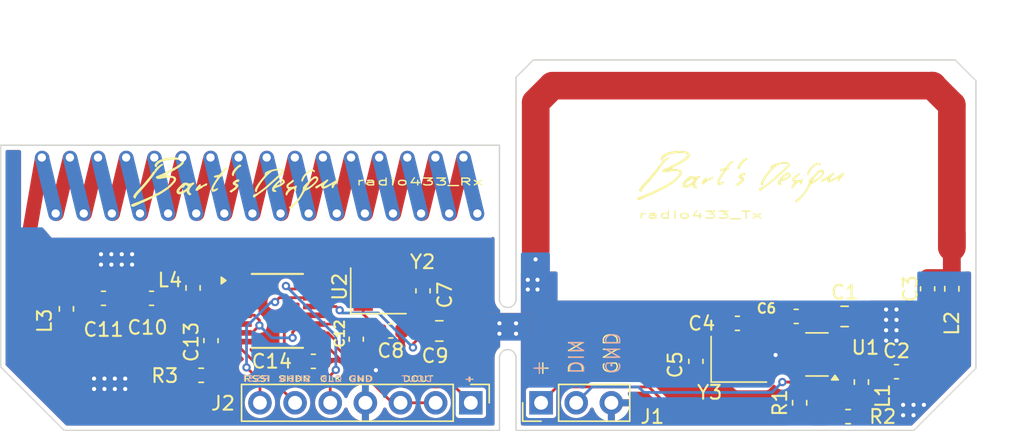
<source format=kicad_pcb>
(kicad_pcb (version 20240108) (generator "pcbnew") (generator_version "8.0")
  (layers (0 "F.Cu" signal) (31 "B.Cu" signal) (34 "B.Paste" user) (35 "F.Paste" user) (36 "B.SilkS" user "B.Silkscreen") (37 "F.SilkS" user "F.Silkscreen") (38 "B.Mask" user) (39 "F.Mask" user) (44 "Edge.Cuts" user))
  (net 0 "")
  (net 1 "GND")
  (net 2 "Net-(U1-XTLIN)")
  (net 3 "Net-(U1-XTLOUT)")
  (net 4 "/VDD_TX")
  (net 5 "/DIN")
  (net 6 "Net-(U2-RO1)")
  (net 7 "Net-(U2-RO2)")
  (net 9 "Net-(U2-CAGC)")
  (net 10 "/SHDN")
  (net 11 "Net-(U2-CTH)")
  (net 12 "/VDD_RX")
  (net 13 "/DOUT")
  (net 14 "/SCLK")
  (net 15 "/RSSI")
  (net 16 "Net-(L1-Pad1)")
  (net 17 "/PAOUT_CL")
  (net 18 "/PAOUT")
  (net 19 "/PAOUT_C")
  (net 20 "/ANT_CC")
  (net 21 "/ANT")
  (net 22 "/ANT_C")
  (footprint "Capacitor_SMD:C_0603_1608Metric" (layer "F.Cu") (at 254 95.25 -90)
    (property "Reference" "C3" (at 0 1.25 90) (layer "F.SilkS"))
    (property "Value" "4p7")
    (pad "1" smd roundrect (at -0.775 0 270) (size 0.9 0.95) (layers "F.Cu" "F.Paste" "F.Mask") (net 17 "/PAOUT_CL"))
    (pad "2" smd roundrect (at 0.775 0 270) (size 0.9 0.95) (layers "F.Cu" "F.Paste" "F.Mask") (net 1 "GND"))
  )
  (footprint "Inductor_SMD:L_0603_1608Metric" (layer "F.Cu") (at 201.4925 101.51)
    (property "Reference" "R3" (at -2.6325 0.03 0) (layer "F.SilkS"))
    (property "Value" "50k")
    (pad "1" smd roundrect (at -0.7875 0) (size 0.875 0.95) (layers "F.Cu" "F.Paste" "F.Mask") (net 10 "/SHDN"))
    (pad "2" smd roundrect (at 0.7875 0) (size 0.875 0.95) (layers "F.Cu" "F.Paste" "F.Mask") (net 1 "GND"))
  )
  (footprint "Crystal:Crystal_SMD_3225-4Pin_3.2x2.5mm" (layer "F.Cu") (at 240.35 100.35)
    (property "Reference" "Y3" (at -2.1 2.4 0) (layer "F.SilkS"))
    (property "Value" "13M56")
    (pad "1" smd rect (at -1.1 0.85) (size 1.4 1.2) (layers "F.Cu" "F.Paste" "F.Mask") (net 2 "Net-(U1-XTLIN)"))
    (pad "2" smd rect (at 1.1 0.85) (size 1.4 1.2) (layers "F.Cu" "F.Paste" "F.Mask") (net 1 "GND"))
    (pad "3" smd rect (at 1.1 -0.85) (size 1.4 1.2) (layers "F.Cu" "F.Paste" "F.Mask") (net 3 "Net-(U1-XTLOUT)"))
    (pad "4" smd rect (at -1.1 -0.85) (size 1.4 1.2) (layers "F.Cu" "F.Paste" "F.Mask") (net 1 "GND"))
  )
  (footprint "Capacitor_SMD:C_0603_1608Metric" (layer "F.Cu") (at 202.2 99 -90)
    (property "Reference" "C13" (at 0.1 1.425 90) (layer "F.SilkS"))
    (property "Value" "1u")
    (pad "1" smd roundrect (at -0.775 0 270) (size 0.9 0.95) (layers "F.Cu" "F.Paste" "F.Mask") (net 12 "/VDD_RX"))
    (pad "2" smd roundrect (at 0.775 0 270) (size 0.9 0.95) (layers "F.Cu" "F.Paste" "F.Mask") (net 10 "/SHDN"))
  )
  (footprint "Capacitor_SMD:C_0603_1608Metric" (layer "F.Cu") (at 212.7 98.9 -90)
    (property "Reference" "C12" (at -0.4 1.2 -90) (layer "F.SilkS") (effects (font (size 0.7 0.7))))
    (property "Value" "100n")
    (pad "1" smd roundrect (at -0.775 0 270) (size 0.9 0.95) (layers "F.Cu" "F.Paste" "F.Mask") (net 12 "/VDD_RX"))
    (pad "2" smd roundrect (at 0.775 0 270) (size 0.9 0.95) (layers "F.Cu" "F.Paste" "F.Mask") (net 1 "GND"))
  )
  (footprint "radio433Lib:Barts Design" (layer "F.Cu") (at 240.566663 87.123323)
    (property "Reference" "Logo1" (hide yes))
    (property "Value" "~")
  )
  (footprint "Capacitor_SMD:C_0603_1608Metric" (layer "F.Cu") (at 244.5 97.25 180)
    (property "Reference" "C6" (at 2.15 0.58 180) (layer "F.SilkS") (effects (font (size 0.7 0.7))))
    (property "Value" "100p")
    (pad "1" smd roundrect (at -0.775 0 180) (size 0.9 0.95) (layers "F.Cu" "F.Paste" "F.Mask") (net 4 "/VDD_TX"))
    (pad "2" smd roundrect (at 0.775 0 180) (size 0.9 0.95) (layers "F.Cu" "F.Paste" "F.Mask") (net 1 "GND"))
  )
  (footprint "Capacitor_SMD:C_0603_1608Metric" (layer "F.Cu") (at 209.6 100.5)
    (property "Reference" "C14" (at -3 0 0) (layer "F.SilkS"))
    (property "Value" "100n")
    (pad "1" smd roundrect (at -0.775 0) (size 0.9 0.95) (layers "F.Cu" "F.Paste" "F.Mask") (net 11 "Net-(U2-CTH)"))
    (pad "2" smd roundrect (at 0.775 0) (size 0.9 0.95) (layers "F.Cu" "F.Paste" "F.Mask") (net 1 "GND"))
  )
  (footprint "Capacitor_SMD:C_0603_1608Metric" (layer "F.Cu") (at 240.25 97.75)
    (property "Reference" "C4" (at -2.58 0.01 0) (layer "F.SilkS"))
    (property "Value" "18p")
    (pad "1" smd roundrect (at -0.775 0) (size 0.9 0.95) (layers "F.Cu" "F.Paste" "F.Mask") (net 1 "GND"))
    (pad "2" smd roundrect (at 0.775 0) (size 0.9 0.95) (layers "F.Cu" "F.Paste" "F.Mask") (net 3 "Net-(U1-XTLOUT)"))
  )
  (footprint "Package_SO:QSOP-16_3.9x4.9mm_P0.635mm" (layer "F.Cu") (at 207 96.85)
    (property "Reference" "U2" (at 4.5 -1.75 90) (layer "F.SilkS"))
    (property "Value" "MICRF219AAYQS")
    (pad "1" smd rect (at -2.6543 -2.2225) (size 1.6 0.41) (layers "F.Cu" "F.Paste" "F.Mask") (net 6 "Net-(U2-RO1)"))
    (pad "2" smd rect (at -2.6543 -1.5875) (size 1.6 0.41) (layers "F.Cu" "F.Paste" "F.Mask") (net 1 "GND"))
    (pad "3" smd rect (at -2.6543 -0.9525) (size 1.6 0.41) (layers "F.Cu" "F.Paste" "F.Mask") (net 21 "/ANT"))
    (pad "4" smd rect (at -2.6543 -0.3175) (size 1.6 0.41) (layers "F.Cu" "F.Paste" "F.Mask") (net 1 "GND"))
    (pad "5" smd rect (at -2.6543 0.3175) (size 1.6 0.41) (layers "F.Cu" "F.Paste" "F.Mask") (net 12 "/VDD_RX"))
    (pad "6" smd rect (at -2.6543 0.9525) (size 1.6 0.41) (layers "F.Cu" "F.Paste" "F.Mask"))
    (pad "7" smd rect (at -2.6543 1.5875) (size 1.6 0.41) (layers "F.Cu" "F.Paste" "F.Mask") (net 12 "/VDD_RX"))
    (pad "8" smd rect (at -2.6543 2.2225) (size 1.6 0.41) (layers "F.Cu" "F.Paste" "F.Mask") (net 10 "/SHDN"))
    (pad "9" smd rect (at 2.6543 2.2225) (size 1.6 0.41) (layers "F.Cu" "F.Paste" "F.Mask") (net 1 "GND"))
    (pad "10" smd rect (at 2.6543 1.5875) (size 1.6 0.41) (layers "F.Cu" "F.Paste" "F.Mask") (net 13 "/DOUT"))
    (pad "11" smd rect (at 2.6543 0.9525) (size 1.6 0.41) (layers "F.Cu" "F.Paste" "F.Mask") (net 12 "/VDD_RX"))
    (pad "12" smd rect (at 2.6543 0.3175) (size 1.6 0.41) (layers "F.Cu" "F.Paste" "F.Mask") (net 11 "Net-(U2-CTH)"))
    (pad "13" smd rect (at 2.6543 -0.3175) (size 1.6 0.41) (layers "F.Cu" "F.Paste" "F.Mask") (net 9 "Net-(U2-CAGC)"))
    (pad "14" smd rect (at 2.6543 -0.9525) (size 1.6 0.41) (layers "F.Cu" "F.Paste" "F.Mask") (net 15 "/RSSI"))
    (pad "15" smd rect (at 2.6543 -1.5875) (size 1.6 0.41) (layers "F.Cu" "F.Paste" "F.Mask") (net 14 "/SCLK"))
    (pad "16" smd rect (at 2.6543 -2.2225) (size 1.6 0.41) (layers "F.Cu" "F.Paste" "F.Mask") (net 7 "Net-(U2-RO2)"))
  )
  (footprint "radio433Lib:antenna_433_50R_loop" (layer "F.Cu") (at 255.751593 83.6)
    (property "Reference" "AE1" (hide yes))
    (property "Value" "Antenna_Loop")
    (pad "1" smd oval (at -0.71 -2.35 45) (size 2 4) (layers "F.Cu") (net 17 "/PAOUT_CL"))
    (pad "1" smd oval (at 0 3.5) (size 2 12.3) (layers "F.Cu") (net 17 "/PAOUT_CL"))
    (pad "1" smd oval (at 0 8.15) (size 2 3) (layers "F.Cu") (net 17 "/PAOUT_CL"))
    (pad "2" smd oval (at -30.08 3.52) (size 2 12.7) (layers "F.Cu") (net 1 "GND"))
    (pad "2" smd oval (at -29.48 -2.44 135) (size 2 3.7) (layers "F.Cu") (net 1 "GND"))
    (pad "2" smd oval (at -15.126593 -3.04795 90) (size 2 29.5) (layers "F.Cu") (net 1 "GND"))
    (zone (net 0) (net_name "") (layers "*.Cu") (connect_pads (clearance 0)) (min_thickness 0.25)
      (keepout (tracks not_allowed) (vias not_allowed) (pads allowed) (copperpour not_allowed) (footprints not_allowed))
      (fill (thermal_gap 0.5) (thermal_bridge_width 0.5))
      (polygon (pts (xy 224.251593 92.6) (xy 227.251593 92.6) (xy 227.251593 96.1) (xy 253.251593 96.1) (xy 253.251593 90.6) (xy 257.251593 90.6) (xy 257.251593 80.6) (xy 255.751593 79.1) (xy 225.751593 79.1) (xy 224.251593 80.6)))
    )
  )
  (footprint "Inductor_SMD:L_0603_1608Metric" (layer "F.Cu") (at 255.75 95.25 90)
    (property "Reference" "L2" (at -2.5 0 -90) (layer "F.SilkS"))
    (property "Value" "82n")
    (pad "1" smd roundrect (at -0.7875 0 90) (size 0.875 0.95) (layers "F.Cu" "F.Paste" "F.Mask") (net 19 "/PAOUT_C"))
    (pad "2" smd roundrect (at 0.7875 0 90) (size 0.875 0.95) (layers "F.Cu" "F.Paste" "F.Mask") (net 17 "/PAOUT_CL"))
  )
  (footprint "Connector_PinHeader_2.54mm:PinHeader_1x07_P2.54mm_Vertical" (layer "F.Cu") (at 220.98 103.5 -90)
    (property "Reference" "J2" (at 0.04 17.91 180) (layer "F.SilkS"))
    (property "Value" "RX")
    (pad "1" thru_hole rect (at 0 0 270) (size 1.7 1.7) (drill 1) (layers "*.Cu" "*.Mask") (net 12 "/VDD_RX"))
    (pad "2" thru_hole oval (at 0 2.54 270) (size 1.7 1.7) (drill 1) (layers "*.Cu" "*.Mask") (net 13 "/DOUT"))
    (pad "3" thru_hole oval (at 0 5.08 270) (size 1.7 1.7) (drill 1) (layers "*.Cu" "*.Mask") (net 13 "/DOUT"))
    (pad "4" thru_hole oval (at 0 7.62 270) (size 1.7 1.7) (drill 1) (layers "*.Cu" "*.Mask") (net 1 "GND"))
    (pad "5" thru_hole oval (at 0 10.16 270) (size 1.7 1.7) (drill 1) (layers "*.Cu" "*.Mask") (net 14 "/SCLK"))
    (pad "6" thru_hole oval (at 0 12.7 270) (size 1.7 1.7) (drill 1) (layers "*.Cu" "*.Mask") (net 10 "/SHDN"))
    (pad "7" thru_hole oval (at 0 15.24 270) (size 1.7 1.7) (drill 1) (layers "*.Cu" "*.Mask") (net 15 "/RSSI"))
  )
  (footprint "Connector_PinHeader_2.54mm:PinHeader_1x03_P2.54mm_Vertical" (layer "F.Cu") (at 226.06 103.5 90)
    (property "Reference" "J1" (at -1 8.04 0) (layer "F.SilkS"))
    (property "Value" "TX")
    (pad "1" thru_hole rect (at 0 0 90) (size 1.7 1.7) (drill 1) (layers "*.Cu" "*.Mask") (net 4 "/VDD_TX"))
    (pad "2" thru_hole oval (at 0 2.54 90) (size 1.7 1.7) (drill 1) (layers "*.Cu" "*.Mask") (net 5 "/DIN"))
    (pad "3" thru_hole oval (at 0 5.08 90) (size 1.7 1.7) (drill 1) (layers "*.Cu" "*.Mask") (net 1 "GND"))
  )
  (footprint "Capacitor_SMD:C_0805_2012Metric" (layer "F.Cu") (at 218.7 98.3)
    (property "Reference" "C9" (at -0.3 1.8 0) (layer "F.SilkS"))
    (property "Value" "4u7")
    (pad "1" smd roundrect (at -0.95 0) (size 1 1.45) (layers "F.Cu" "F.Paste" "F.Mask") (net 9 "Net-(U2-CAGC)"))
    (pad "2" smd roundrect (at 0.95 0) (size 1 1.45) (layers "F.Cu" "F.Paste" "F.Mask") (net 1 "GND"))
  )
  (footprint "Package_TO_SOT_SMD:SOT-23-6" (layer "F.Cu") (at 246 100 180)
    (property "Reference" "U1" (at -3.5 0.5 180) (layer "F.SilkS"))
    (property "Value" "MICRF113YM6-TR")
    (pad "1" smd roundrect (at -1.1375 -0.95 180) (size 1.325 0.6) (layers "F.Cu" "F.Paste" "F.Mask") (net 18 "/PAOUT"))
    (pad "2" smd roundrect (at -1.1375 0 180) (size 1.325 0.6) (layers "F.Cu" "F.Paste" "F.Mask") (net 1 "GND"))
    (pad "3" smd roundrect (at -1.1375 0.95 180) (size 1.325 0.6) (layers "F.Cu" "F.Paste" "F.Mask") (net 4 "/VDD_TX"))
    (pad "4" smd roundrect (at 1.1375 0.95 180) (size 1.325 0.6) (layers "F.Cu" "F.Paste" "F.Mask") (net 3 "Net-(U1-XTLOUT)"))
    (pad "5" smd roundrect (at 1.1375 0 180) (size 1.325 0.6) (layers "F.Cu" "F.Paste" "F.Mask") (net 2 "Net-(U1-XTLIN)"))
    (pad "6" smd roundrect (at 1.1375 -0.95 180) (size 1.325 0.6) (layers "F.Cu" "F.Paste" "F.Mask") (net 5 "/DIN"))
  )
  (footprint "Inductor_SMD:L_0603_1608Metric" (layer "F.Cu") (at 191.75 96.7 -90)
    (property "Reference" "L3" (at 0.87 1.58 90) (layer "F.SilkS"))
    (property "Value" "33n")
    (pad "1" smd roundrect (at -0.7875 0 270) (size 0.875 0.95) (layers "F.Cu" "F.Paste" "F.Mask") (net 20 "/ANT_CC"))
    (pad "2" smd roundrect (at 0.7875 0 270) (size 0.875 0.95) (layers "F.Cu" "F.Paste" "F.Mask") (net 1 "GND"))
  )
  (footprint "Capacitor_SMD:C_0603_1608Metric" (layer "F.Cu") (at 237.25 100.5 -90)
    (property "Reference" "C5" (at 0.25 1.5 90) (layer "F.SilkS"))
    (property "Value" "18p")
    (pad "1" smd roundrect (at -0.775 0 270) (size 0.9 0.95) (layers "F.Cu" "F.Paste" "F.Mask") (net 1 "GND"))
    (pad "2" smd roundrect (at 0.775 0 270) (size 0.9 0.95) (layers "F.Cu" "F.Paste" "F.Mask") (net 2 "Net-(U1-XTLIN)"))
  )
  (footprint "Capacitor_SMD:C_0603_1608Metric" (layer "F.Cu") (at 215.2 98.3 180)
    (property "Reference" "C8" (at 0 -1.43 180) (layer "F.SilkS"))
    (property "Value" "10p")
    (pad "1" smd roundrect (at -0.775 0 180) (size 0.9 0.95) (layers "F.Cu" "F.Paste" "F.Mask") (net 1 "GND"))
    (pad "2" smd roundrect (at 0.775 0 180) (size 0.9 0.95) (layers "F.Cu" "F.Paste" "F.Mask") (net 7 "Net-(U2-RO2)"))
  )
  (footprint "Capacitor_SMD:C_0603_1608Metric" (layer "F.Cu") (at 197.9043 95.9375)
    (property "Reference" "C10" (at -0.2943 2.1125 0) (layer "F.SilkS"))
    (property "Value" "1p2")
    (pad "1" smd roundrect (at -0.775 0) (size 0.9 0.95) (layers "F.Cu" "F.Paste" "F.Mask") (net 22 "/ANT_C"))
    (pad "2" smd roundrect (at 0.775 0) (size 0.9 0.95) (layers "F.Cu" "F.Paste" "F.Mask") (net 21 "/ANT"))
  )
  (footprint "Inductor_SMD:L_0603_1608Metric" (layer "F.Cu") (at 248.25 104.5)
    (property "Reference" "R2" (at 2.5 0 0) (layer "F.SilkS"))
    (property "Value" "0R")
    (pad "1" smd roundrect (at -0.7875 0) (size 0.875 0.95) (layers "F.Cu" "F.Paste" "F.Mask") (net 4 "/VDD_TX"))
    (pad "2" smd roundrect (at 0.7875 0) (size 0.875 0.95) (layers "F.Cu" "F.Paste" "F.Mask") (net 16 "Net-(L1-Pad1)"))
  )
  (footprint "radio433Lib:Barts Design" (layer "F.Cu") (at 204 87.6)
    (property "Reference" "Logo2" (hide yes))
    (property "Value" "~")
  )
  (footprint "Inductor_SMD:L_0603_1608Metric" (layer "F.Cu") (at 249.2125 102 90)
    (property "Reference" "L1" (at -1 1.5375 -90) (layer "F.SilkS"))
    (property "Value" "470n")
    (pad "1" smd roundrect (at -0.7875 0 90) (size 0.875 0.95) (layers "F.Cu" "F.Paste" "F.Mask") (net 16 "Net-(L1-Pad1)"))
    (pad "2" smd roundrect (at 0.7875 0 90) (size 0.875 0.95) (layers "F.Cu" "F.Paste" "F.Mask") (net 18 "/PAOUT"))
  )
  (footprint "radio433Lib:antenna_433_50R_helical" (layer "F.Cu") (at 209.972 90.55)
    (property "Reference" "AE2" (hide yes))
    (property "Value" "Antenna" (hide yes))
    (pad "1" smd oval (at -20.95 0.9 80.2) (size 2 1.05) (layers "F.Cu") (net 20 "/ANT_CC"))
    (pad "1" smd oval (at -20.5 -1.7 80.2) (size 7.25 1.05) (layers "F.Cu") (net 20 "/ANT_CC"))
    (pad "1" thru_hole circle (at -20 -4.8) (size 0.9 0.9) (drill 0.6) (layers "*.Cu") (net 20 "/ANT_CC"))
    (pad "1" smd oval (at -19.5 -2.75 283.5) (size 5.2 1.05) (layers "B.Cu") (net 20 "/ANT_CC"))
    (pad "1" thru_hole circle (at -19 -0.75) (size 0.9 0.9) (drill 0.6) (layers "*.Cu") (net 20 "/ANT_CC"))
    (pad "1" smd oval (at -18.45 -2.75 76.5) (size 5.2 1.05) (layers "F.Cu") (net 20 "/ANT_CC"))
    (pad "1" thru_hole circle (at -17.968 -4.8) (size 0.9 0.9) (drill 0.6) (layers "*.Cu") (net 20 "/ANT_CC"))
    (pad "1" smd oval (at -17.468 -2.75 283.5) (size 5.2 1.05) (layers "B.Cu") (net 20 "/ANT_CC"))
    (pad "1" thru_hole circle (at -16.968 -0.75) (size 0.9 0.9) (drill 0.6) (layers "*.Cu") (net 20 "/ANT_CC"))
    (pad "1" smd oval (at -16.418 -2.75 76.5) (size 5.2 1.05) (layers "F.Cu") (net 20 "/ANT_CC"))
    (pad "1" thru_hole circle (at -15.936 -4.8) (size 0.9 0.9) (drill 0.6) (layers "*.Cu") (net 20 "/ANT_CC"))
    (pad "1" smd oval (at -15.436 -2.75 283.5) (size 5.2 1.05) (layers "B.Cu") (net 20 "/ANT_CC"))
    (pad "1" thru_hole circle (at -14.936 -0.75) (size 0.9 0.9) (drill 0.6) (layers "*.Cu") (net 20 "/ANT_CC"))
    (pad "1" smd oval (at -14.386 -2.75 76.5) (size 5.2 1.05) (layers "F.Cu") (net 20 "/ANT_CC"))
    (pad "1" thru_hole circle (at -13.904 -4.8) (size 0.9 0.9) (drill 0.6) (layers "*.Cu") (net 20 "/ANT_CC"))
    (pad "1" smd oval (at -13.404 -2.75 283.5) (size 5.2 1.05) (layers "B.Cu") (net 20 "/ANT_CC"))
    (pad "1" thru_hole circle (at -12.904 -0.75) (size 0.9 0.9) (drill 0.6) (layers "*.Cu") (net 20 "/ANT_CC"))
    (pad "1" smd oval (at -12.354 -2.75 76.5) (size 5.2 1.05) (layers "F.Cu") (net 20 "/ANT_CC"))
    (pad "1" thru_hole circle (at -11.872 -4.8) (size 0.9 0.9) (drill 0.6) (layers "*.Cu") (net 20 "/ANT_CC"))
    (pad "1" smd oval (at -11.372 -2.75 283.5) (size 5.2 1.05) (layers "B.Cu") (net 20 "/ANT_CC"))
    (pad "1" thru_hole circle (at -10.872 -0.75) (size 0.9 0.9) (drill 0.6) (layers "*.Cu") (net 20 "/ANT_CC"))
    (pad "1" smd oval (at -10.322 -2.75 76.5) (size 5.2 1.05) (layers "F.Cu") (net 20 "/ANT_CC"))
    (pad "1" thru_hole circle (at -9.84 -4.8) (size 0.9 0.9) (drill 0.6) (layers "*.Cu") (net 20 "/ANT_CC"))
    (pad "1" smd oval (at -9.34 -2.75 283.5) (size 5.2 1.05) (layers "B.Cu") (net 20 "/ANT_CC"))
    (pad "1" thru_hole circle (at -8.84 -0.75) (size 0.9 0.9) (drill 0.6) (layers "*.Cu") (net 20 "/ANT_CC"))
    (pad "1" smd oval (at -8.29 -2.75 76.5) (size 5.2 1.05) (layers "F.Cu") (net 20 "/ANT_CC"))
    (pad "1" thru_hole circle (at -7.808 -4.8) (size 0.9 0.9) (drill 0.6) (layers "*.Cu") (net 20 "/ANT_CC"))
    (pad "1" smd oval (at -7.308 -2.75 283.5) (size 5.2 1.05) (layers "B.Cu") (net 20 "/ANT_CC"))
    (pad "1" thru_hole circle (at -6.808 -0.75) (size 0.9 0.9) (drill 0.6) (layers "*.Cu") (net 20 "/ANT_CC"))
    (pad "1" smd oval (at -6.258 -2.75 76.5) (size 5.2 1.05) (layers "F.Cu") (net 20 "/ANT_CC"))
    (pad "1" thru_hole circle (at -5.776 -4.8) (size 0.9 0.9) (drill 0.6) (layers "*.Cu") (net 20 "/ANT_CC"))
    (pad "1" smd oval (at -5.276 -2.75 283.5) (size 5.2 1.05) (layers "B.Cu") (net 20 "/ANT_CC"))
    (pad "1" thru_hole circle (at -4.776 -0.75) (size 0.9 0.9) (drill 0.6) (layers "*.Cu") (net 20 "/ANT_CC"))
    (pad "1" smd oval (at -4.226 -2.75 76.5) (size 5.2 1.05) (layers "F.Cu") (net 20 "/ANT_CC"))
    (pad "1" thru_hole circle (at -3.744 -4.8) (size 0.9 0.9) (drill 0.6) (layers "*.Cu") (net 20 "/ANT_CC"))
    (pad "1" smd oval (at -3.244 -2.75 283.5) (size 5.2 1.05) (layers "B.Cu") (net 20 "/ANT_CC"))
    (pad "1" thru_hole circle (at -2.744 -0.75) (size 0.9 0.9) (drill 0.6) (layers "*.Cu") (net 20 "/ANT_CC"))
    (pad "1" smd oval (at -2.194 -2.75 76.5) (size 5.2 1.05) (layers "F.Cu") (net 20 "/ANT_CC"))
    (pad "1" thru_hole circle (at -1.712 -4.8) (size 0.9 0.9) (drill 0.6) (layers "*.Cu") (net 20 "/ANT_CC"))
    (pad "1" smd oval (at -1.212 -2.75 283.5) (size 5.2 1.05) (layers "B.Cu") (net 20 "/ANT_CC"))
    (pad "1" thru_hole circle (at -0.712 -0.75) (size 0.9 0.9) (drill 0.6) (layers "*.Cu") (net 20 "/ANT_CC"))
    (pad "1" smd oval (at -0.162 -2.75 76.5) (size 5.2 1.05) (layers "F.Cu") (net 20 "/ANT_CC"))
    (pad "1" thru_hole circle (at 0.32 -4.8) (size 0.9 0.9) (drill 0.6) (layers "*.Cu") (net 20 "/ANT_CC"))
    (pad "1" smd oval (at 0.82 -2.75 283.5) (size 5.2 1.05) (layers "B.Cu") (net 20 "/ANT_CC"))
    (pad "1" thru_hole circle (at 1.32 -0.75) (size 0.9 0.9) (drill 0.6) (layers "*.Cu") (net 20 "/ANT_CC"))
    (pad "1" smd oval (at 1.87 -2.75 76.5) (size 5.2 1.05) (layers "F.Cu") (net 20 "/ANT_CC"))
    (pad "1" thru_hole circle (at 2.352 -4.8) (size 0.9 0.9) (drill 0.6) (layers "*.Cu") (net 20 "/ANT_CC"))
    (pad "1" smd oval (at 2.852 -2.75 283.5) (size 5.2 1.05) (layers "B.Cu") (net 20 "/ANT_CC"))
    (pad "1" thru_hole circle (at 3.352 -0.75) (size 0.9 0.9) (drill 0.6) (layers "*.Cu") (net 20 "/ANT_CC"))
    (pad "1" smd oval (at 3.902 -2.75 76.5) (size 5.2 1.05) (layers "F.Cu") (net 20 "/ANT_CC"))
    (pad "1" thru_hole circle (at 4.384 -4.8) (size 0.9 0.9) (drill 0.6) (layers "*.Cu") (net 20 "/ANT_CC"))
    (pad "1" smd oval (at 4.884 -2.75 283.5) (size 5.2 1.05) (layers "B.Cu") (net 20 "/ANT_CC"))
    (pad "1" thru_hole circle (at 5.384 -0.75) (size 0.9 0.9) (drill 0.6) (layers "*.Cu") (net 20 "/ANT_CC"))
    (pad "1" smd oval (at 5.934 -2.75 76.5) (size 5.2 1.05) (layers "F.Cu") (net 20 "/ANT_CC"))
    (pad "1" thru_hole circle (at 6.416 -4.8) (size 0.9 0.9) (drill 0.6) (layers "*.Cu") (net 20 "/ANT_CC"))
    (pad "1" smd oval (at 6.916 -2.75 283.5) (size 5.2 1.05) (layers "B.Cu") (net 20 "/ANT_CC"))
    (pad "1" thru_hole circle (at 7.416 -0.75) (size 0.9 0.9) (drill 0.6) (layers "*.Cu") (net 20 "/ANT_CC"))
    (pad "1" smd oval (at 7.966 -2.75 76.5) (size 5.2 1.05) (layers "F.Cu") (net 20 "/ANT_CC"))
    (pad "1" thru_hole circle (at 8.448 -4.8) (size 0.9 0.9) (drill 0.6) (layers "*.Cu") (net 20 "/ANT_CC"))
    (pad "1" smd oval (at 8.948 -2.75 283.5) (size 5.2 1.05) (layers "B.Cu") (net 20 "/ANT_CC"))
    (pad "1" thru_hole circle (at 9.448 -0.75) (size 0.9 0.9) (drill 0.6) (layers "*.Cu") (net 20 "/ANT_CC"))
    (pad "1" smd oval (at 9.998 -2.75 76.5) (size 5.2 1.05) (layers "F.Cu") (net 20 "/ANT_CC"))
    (pad "1" thru_hole circle (at 10.48 -4.8) (size 0.9 0.9) (drill 0.6) (layers "*.Cu") (net 20 "/ANT_CC"))
    (pad "1" smd oval (at 10.98 -2.75 283.5) (size 5.2 1.05) (layers "B.Cu") (net 20 "/ANT_CC"))
    (pad "1" thru_hole circle (at 11.48 -0.75) (size 0.9 0.9) (drill 0.6) (layers "*.Cu") (net 20 "/ANT_CC"))
    (zone (net 0) (net_name "") (layers "*.Cu") (connect_pads (clearance 0)) (min_thickness 0.25)
      (keepout (tracks not_allowed) (vias not_allowed) (pads allowed) (copperpour not_allowed) (footprints not_allowed))
      (fill (thermal_gap 0.5) (thermal_bridge_width 0.5))
      (polygon (pts (xy 188.472 85.05) (xy 222.472 85.05) (xy 222.472 91.55) (xy 190.972 91.55) (xy 190.672 91.55) (xy 190.022 90.8) (xy 188.472 90.8)))
    )
  )
  (footprint "Inductor_SMD:L_0603_1608Metric" (layer "F.Cu") (at 200.9043 95.1875 90)
    (property "Reference" "L4" (at 0.5675 -1.6743 0) (layer "F.SilkS"))
    (property "Value" "39n")
    (pad "1" smd roundrect (at -0.7875 0 90) (size 0.875 0.95) (layers "F.Cu" "F.Paste" "F.Mask") (net 21 "/ANT"))
    (pad "2" smd roundrect (at 0.7875 0 90) (size 0.875 0.95) (layers "F.Cu" "F.Paste" "F.Mask") (net 1 "GND"))
  )
  (footprint "Capacitor_SMD:C_0603_1608Metric" (layer "F.Cu") (at 251.75 101.25)
    (property "Reference" "C2" (at 0 -1.5 0) (layer "F.SilkS"))
    (property "Value" "10p/50V")
    (pad "1" smd roundrect (at -0.775 0) (size 0.9 0.95) (layers "F.Cu" "F.Paste" "F.Mask") (net 18 "/PAOUT"))
    (pad "2" smd roundrect (at 0.775 0) (size 0.9 0.95) (layers "F.Cu" "F.Paste" "F.Mask") (net 19 "/PAOUT_C"))
  )
  (footprint "Crystal:Crystal_SMD_3225-4Pin_3.2x2.5mm" (layer "F.Cu") (at 214.3 95.4)
    (property "Reference" "Y2" (at 3.2 -2.1 0) (layer "F.SilkS"))
    (property "Value" "13M52313")
    (pad "1" smd rect (at -1.1 0.85) (size 1.4 1.2) (layers "F.Cu" "F.Paste" "F.Mask") (net 7 "Net-(U2-RO2)"))
    (pad "2" smd rect (at 1.1 0.85) (size 1.4 1.2) (layers "F.Cu" "F.Paste" "F.Mask") (net 1 "GND"))
    (pad "3" smd rect (at 1.1 -0.85) (size 1.4 1.2) (layers "F.Cu" "F.Paste" "F.Mask") (net 6 "Net-(U2-RO1)"))
    (pad "4" smd rect (at -1.1 -0.85) (size 1.4 1.2) (layers "F.Cu" "F.Paste" "F.Mask") (net 1 "GND"))
  )
  (footprint "Capacitor_SMD:C_0603_1608Metric" (layer "F.Cu") (at 217.525 95.4 90)
    (property "Reference" "C7" (at -0.3 1.575 -90) (layer "F.SilkS"))
    (property "Value" "10p")
    (pad "1" smd roundrect (at -0.775 0 90) (size 0.9 0.95) (layers "F.Cu" "F.Paste" "F.Mask") (net 1 "GND"))
    (pad "2" smd roundrect (at 0.775 0 90) (size 0.9 0.95) (layers "F.Cu" "F.Paste" "F.Mask") (net 6 "Net-(U2-RO1)"))
  )
  (footprint "Inductor_SMD:L_0603_1608Metric" (layer "F.Cu") (at 244.75 103.5 90)
    (property "Reference" "R1" (at 0 -1.43 -90) (layer "F.SilkS"))
    (property "Value" "100k")
    (pad "1" smd roundrect (at -0.7875 0 90) (size 0.875 0.95) (layers "F.Cu" "F.Paste" "F.Mask") (net 1 "GND"))
    (pad "2" smd roundrect (at 0.7875 0 90) (size 0.875 0.95) (layers "F.Cu" "F.Paste" "F.Mask") (net 5 "/DIN"))
  )
  (footprint "Capacitor_SMD:C_0805_2012Metric" (layer "F.Cu") (at 248 97.25 180)
    (property "Reference" "C1" (at 0 1.75 180) (layer "F.SilkS"))
    (property "Value" "10u/16V")
    (pad "1" smd roundrect (at -0.95 0 180) (size 1 1.45) (layers "F.Cu" "F.Paste" "F.Mask") (net 1 "GND"))
    (pad "2" smd roundrect (at 0.95 0 180) (size 1 1.45) (layers "F.Cu" "F.Paste" "F.Mask") (net 4 "/VDD_TX"))
  )
  (footprint "Capacitor_SMD:C_0603_1608Metric" (layer "F.Cu") (at 194.4293 95.9375)
    (property "Reference" "C11" (at 0.0007 2.2625 0) (layer "F.SilkS"))
    (property "Value" "1p2")
    (pad "1" smd roundrect (at -0.775 0) (size 0.9 0.95) (layers "F.Cu" "F.Paste" "F.Mask") (net 20 "/ANT_CC"))
    (pad "2" smd roundrect (at 0.775 0) (size 0.9 0.95) (layers "F.Cu" "F.Paste" "F.Mask") (net 22 "/ANT_C"))
  )
  (gr_line (start 224.25 79.94) (end 225.5 78.69) (stroke (width 0.1)) (layer "Edge.Cuts"))
  (gr_line (start 191.59 105.5) (end 187 100.91) (stroke (width 0.1)) (layer "Edge.Cuts"))
  (gr_line (start 224.25 96) (end 224.25 79.94) (stroke (width 0.1)) (layer "Edge.Cuts"))
  (gr_line (start 225.5 78.69) (end 255.99 78.69) (stroke (width 0.1)) (layer "Edge.Cuts"))
  (gr_line (start 187 84.86) (end 187 100.91) (stroke (width 0.1)) (layer "Edge.Cuts"))
  (gr_line (start 253 105.5) (end 257.49 101) (stroke (width 0.1)) (layer "Edge.Cuts"))
  (gr_arc (start 224.25 96) (mid 223.65 96.6) (end 223.05 96) (stroke (width 0.1)) (layer "Edge.Cuts"))
  (gr_line (start 191.59 105.5) (end 223.05 105.5) (stroke (width 0.1)) (layer "Edge.Cuts"))
  (gr_line (start 253 105.5) (end 224.25 105.5) (stroke (width 0.1)) (layer "Edge.Cuts"))
  (gr_line (start 224.25 105.5) (end 224.25 100.25) (stroke (width 0.1)) (layer "Edge.Cuts"))
  (gr_line (start 223.05 84.86) (end 187 84.86) (stroke (width 0.1)) (layer "Edge.Cuts"))
  (gr_line (start 255.99 78.69) (end 257.49 80.19) (stroke (width 0.1)) (layer "Edge.Cuts"))
  (gr_line (start 257.49 80.19) (end 257.49 101) (stroke (width 0.1)) (layer "Edge.Cuts"))
  (gr_line (start 223.05 105.5) (end 223.05 100.25) (stroke (width 0.1)) (layer "Edge.Cuts"))
  (gr_line (start 223.05 96) (end 223.05 84.86) (stroke (width 0.1)) (layer "Edge.Cuts"))
  (gr_arc (start 223.05 100.25) (mid 223.65 99.65) (end 224.25 100.25) (stroke (width 0.1)) (layer "Edge.Cuts"))
  (gr_text "+" (at 226.62 101.5 -0) (layer "B.SilkS") (effects (font (size 1 1) (thickness 0.1)) (justify left bottom mirror)))
  (gr_text "SHDN" (at 209.5 102 -0) (layer "B.SilkS") (effects (font (size 0.4 0.58) (thickness 0.08)) (justify left bottom mirror)))
  (gr_text "DIN" (at 228 101.5 -90) (layer "B.SilkS") (effects (font (size 1 1) (thickness 0.1)) (justify left bottom mirror)))
  (gr_text "RSSI" (at 206.5 101.99 -0) (layer "B.SilkS") (effects (font (size 0.4 0.58) (thickness 0.08)) (justify left bottom mirror)))
  (gr_text "GND" (at 214 102 -0) (layer "B.SilkS") (effects (font (size 0.4 0.58) (thickness 0.08)) (justify left bottom mirror)))
  (gr_text "GND" (at 230.61 101.5 -90) (layer "B.SilkS") (effects (font (size 1 1) (thickness 0.1)) (justify left bottom mirror)))
  (gr_text "DOUT" (at 218.25 102 -0) (layer "B.SilkS") (effects (font (size 0.4 0.58) (thickness 0.08)) (justify left bottom mirror)))
  (gr_text "CLK" (at 211.75 102 -0) (layer "B.SilkS") (effects (font (size 0.4 0.58) (thickness 0.08)) (justify left bottom mirror)))
  (gr_text "+" (at 221.25 102 -0) (layer "B.SilkS") (effects (font (size 0.4 0.58) (thickness 0.08)) (justify left bottom mirror)))
  (gr_text "SHDN" (at 207 102 0) (layer "F.SilkS") (effects (font (size 0.4 0.58) (thickness 0.08)) (justify left bottom)))
  (gr_text "RSSI" (at 204.5 102 0) (layer "F.SilkS") (effects (font (size 0.4 0.58) (thickness 0.08)) (justify left bottom)))
  (gr_text "radio433_Tx" (at 233 90.2 0) (layer "F.SilkS") (effects (font (size 0.5 1) (thickness 0.1)) (justify left bottom)))
  (gr_text "DOUT" (at 216 102 0) (layer "F.SilkS") (effects (font (size 0.4 0.58) (thickness 0.08)) (justify left bottom)))
  (gr_text "GND" (at 212.06 102 0) (layer "F.SilkS") (effects (font (size 0.4 0.58) (thickness 0.08)) (justify left bottom)))
  (gr_text "CLK" (at 210 102 0) (layer "F.SilkS") (effects (font (size 0.4 0.58) (thickness 0.08)) (justify left bottom)))
  (gr_text "GND" (at 231.69 101.5 90) (layer "F.SilkS") (effects (font (size 1 1) (thickness 0.1)) (justify left bottom)))
  (gr_text "DIN" (at 229.17 101.5 90) (layer "F.SilkS") (effects (font (size 1 1) (thickness 0.1)) (justify left bottom)))
  (gr_text "radio433_Rx" (at 212.6 87.8 0) (layer "F.SilkS") (effects (font (size 0.5 1) (thickness 0.1)) (justify left bottom)))
  (gr_text "+" (at 220.5 102 0) (layer "F.SilkS") (effects (font (size 0.4 0.58) (thickness 0.08)) (justify left bottom)))
  (gr_text "+" (at 225.5 101.5 0) (layer "F.SilkS") (effects (font (size 1 1) (thickness 0.1)) (justify left bottom)))
  (segment (start 213.36 102.1832) (end 213.36 103.5) (width 0.2) (layer "F.Cu") (net 1))
  (segment (start 212.7 99.675) (end 214.12 101.095) (width 0.2) (layer "F.Cu") (net 1))
  (segment (start 210.2493 99.0725) (end 213.36 102.1832) (width 0.2) (layer "F.Cu") (net 1))
  (segment (start 209.6543 99.0725) (end 210.2493 99.0725) (width 0.2) (layer "F.Cu") (net 1))
  (segment (start 241.45 101.2) (end 241.85 101.2) (width 0.2) (layer "F.Cu") (net 1))
  (segment (start 209.6543 99.7793) (end 210.375 100.5) (width 0.2) (layer "F.Cu") (net 1))
  (segment (start 214.12 101.095) (end 214.12 101.14) (width 0.2) (layer "F.Cu") (net 1))
  (segment (start 213.2 94.55) (end 213.3 94.55) (width 0.2) (layer "F.Cu") (net 1))
  (segment (start 209.6543 99.0725) (end 209.6543 99.7793) (width 0.2) (layer "F.Cu") (net 1))
  (segment (start 241.85 101.2) (end 243.01 100.04) (width 0.2) (layer "F.Cu") (net 1))
  (segment (start 213.3 94.55) (end 215 96.25) (width 0.2) (layer "F.Cu") (net 1))
  (segment (start 215 96.25) (end 215.4 96.25) (width 0.2) (layer "F.Cu") (net 1))
  (via (at 196.5 93.5) (size 0.6) (drill 0.3) (layers "F.Cu" "B.Cu") (net 1))
  (via (at 251 99) (size 0.6) (drill 0.3) (layers "F.Cu" "B.Cu") (net 1))
  (via (at 194.25 92.75) (size 0.6) (drill 0.3) (layers "F.Cu" "B.Cu") (net 1))
  (via (at 252.23 103.65) (size 0.6) (drill 0.3) (layers "F.Cu" "B.Cu") (net 1))
  (via (at 195.25 102.5) (size 0.6) (drill 0.3) (layers "F.Cu" "B.Cu") (net 1))
  (via (at 225.8 95.3) (size 0.6) (drill 0.3) (layers "F.Cu" "B.Cu") (net 1))
  (via (at 225.1 94.6) (size 0.6) (drill 0.3) (layers "F.Cu" "B.Cu") (net 1))
  (via (at 252.98 103.65) (size 0.6) (drill 0.3) (layers "F.Cu" "B.Cu") (net 1))
  (via (at 214.12 101.14) (size 0.6) (drill 0.3) (layers "F.Cu" "B.Cu") (net 1))
  (via (at 253.73 103.65) (size 0.6) (drill 0.3) (layers "F.Cu" "B.Cu") (net 1))
  (via (at 225.8 94.6) (size 0.6) (drill 0.3) (layers "F.Cu" "B.Cu") (net 1))
  (via (at 196.5 92.75) (size 0.6) (drill 0.3) (layers "F.Cu" "B.Cu") (net 1))
  (via (at 225.1 95.3) (size 0.6) (drill 0.3) (layers "F.Cu" "B.Cu") (net 1))
  (via (at 223.05 98.5) (size 0.6) (drill 0.3) (layers "F.Cu" "B.Cu") (net 1))
  (via (at 195 93.5) (size 0.6) (drill 0.3) (layers "F.Cu" "B.Cu") (net 1))
  (via (at 194.5 102.5) (size 0.6) (drill 0.3) (layers "F.Cu" "B.Cu") (net 1))
  (via (at 251.75 99) (size 0.6) (drill 0.3) (layers "F.Cu" "B.Cu") (net 1))
  (via (at 251.75 96.75) (size 0.6) (drill 0.3) (layers "F.Cu" "B.Cu") (net 1))
  (via (at 196 102.5) (size 0.6) (drill 0.3) (layers "F.Cu" "B.Cu") (net 1))
  (via (at 195 92.75) (size 0.6) (drill 0.3) (layers "F.Cu" "B.Cu") (net 1))
  (via (at 224.25 98.5) (size 0.6) (drill 0.3) (layers "F.Cu" "B.Cu") (net 1))
  (via (at 194.25 93.5) (size 0.6) (drill 0.3) (layers "F.Cu" "B.Cu") (net 1))
  (via (at 193.75 101.75) (size 0.6) (drill 0.3) (layers "F.Cu" "B.Cu") (net 1))
  (via (at 193.75 102.5) (size 0.6) (drill 0.3) (layers "F.Cu" "B.Cu") (net 1))
  (via (at 251 97.5) (size 0.6) (drill 0.3) (layers "F.Cu" "B.Cu") (net 1))
  (via (at 243.01 100.04) (size 0.6) (drill 0.3) (layers "F.Cu" "B.Cu") (net 1))
  (via (at 195.25 101.75) (size 0.6) (drill 0.3) (layers "F.Cu" "B.Cu") (net 1))
  (via (at 195.75 93.5) (size 0.6) (drill 0.3) (layers "F.Cu" "B.Cu") (net 1))
  (via (at 196 101.75) (size 0.6) (drill 0.3) (layers "F.Cu" "B.Cu") (net 1))
  (via (at 251.75 98.25) (size 0.6) (drill 0.3) (layers "F.Cu" "B.Cu") (net 1))
  (via (at 223.05 97.75) (size 0.6) (drill 0.3) (layers "F.Cu" "B.Cu") (net 1))
  (via (at 251.75 97.5) (size 0.6) (drill 0.3) (layers "F.Cu" "B.Cu") (net 1))
  (via (at 251 98.25) (size 0.6) (drill 0.3) (layers "F.Cu" "B.Cu") (net 1))
  (via (at 252.23 104.4) (size 0.6) (drill 0.3) (layers "F.Cu" "B.Cu") (net 1))
  (via (at 252.98 104.4) (size 0.6) (drill 0.3) (layers "F.Cu" "B.Cu") (net 1))
  (via (at 224.25 97.75) (size 0.6) (drill 0.3) (layers "F.Cu" "B.Cu") (net 1))
  (via (at 251 96.75) (size 0.6) (drill 0.3) (layers "F.Cu" "B.Cu") (net 1))
  (via (at 225.66 93.12) (size 0.6) (drill 0.3) (layers "F.Cu" "B.Cu") (net 1))
  (via (at 194.5 101.75) (size 0.6) (drill 0.3) (layers "F.Cu" "B.Cu") (net 1))
  (via (at 195.75 92.75) (size 0.6) (drill 0.3) (layers "F.Cu" "B.Cu") (net 1))
  (segment (start 242.3 102.25) (end 240.3 102.25) (width 0.2) (layer "F.Cu") (net 2))
  (segment (start 244.200001 100) (end 242.5 101.700001) (width 0.2) (layer "F.Cu") (net 2))
  (segment (start 239.175 101.275) (end 239.25 101.2) (width 0.2) (layer "F.Cu") (net 2))
  (segment (start 242.5 101.700001) (end 242.5 102.05) (width 0.2) (layer "F.Cu") (net 2))
  (segment (start 242.5 102.05) (end 242.3 102.25) (width 0.2) (layer "F.Cu") (net 2))
  (segment (start 237.25 101.275) (end 239.175 101.275) (width 0.2) (layer "F.Cu") (net 2))
  (segment (start 240.3 102.25) (end 239.25 101.2) (width 0.2) (layer "F.Cu") (net 2))
  (segment (start 244.8625 100) (end 244.200001 100) (width 0.2) (layer "F.Cu") (net 2))
  (segment (start 241.45 99.5) (end 241.45 98.175) (width 0.2) (layer "F.Cu") (net 3))
  (segment (start 241.45 98.175) (end 241.025 97.75) (width 0.2) (layer "F.Cu") (net 3))
  (segment (start 241.9 99.05) (end 244.8625 99.05) (width 0.2) (layer "F.Cu") (net 3))
  (segment (start 241.45 99.5) (end 241.9 99.05) (width 0.2) (layer "F.Cu") (net 3))
  (segment (start 246.75 104.5) (end 247.4625 104.5) (width 0.2) (layer "F.Cu") (net 4))
  (segment (start 227.21 102.35) (end 226.06 103.5) (width 0.2) (layer "F.Cu") (net 4))
  (segment (start 235.05 103.55) (end 245.8 103.55) (width 0.2) (layer "F.Cu") (net 4))
  (segment (start 247.1375 99.05) (end 247.1375 97.3375) (width 0.2) (layer "F.Cu") (net 4))
  (segment (start 233.85 102.35) (end 227.21 102.35) (width 0.2) (layer "F.Cu") (net 4))
  (segment (start 247.1375 97.3375) (end 247.05 97.25) (width 0.2) (layer "F.Cu") (net 4))
  (segment (start 245.8 103.55) (end 246.125 103.875) (width 0.2) (layer "F.Cu") (net 4))
  (segment (start 233.85 102.35) (end 235.05 103.55) (width 0.2) (layer "F.Cu") (net 4))
  (segment (start 246.125 99.400001) (end 246.125 103.875) (width 0.2) (layer "F.Cu") (net 4))
  (segment (start 246.475001 99.05) (end 246.125 99.400001) (width 0.2) (layer "F.Cu") (net 4))
  (segment (start 245.3375 97.25) (end 245.275 97.25) (width 0.2) (layer "F.Cu") (net 4))
  (segment (start 247.1375 99.05) (end 245.3375 97.25) (width 0.2) (layer "F.Cu") (net 4))
  (segment (start 247.1375 99.05) (end 246.475001 99.05) (width 0.2) (layer "F.Cu") (net 4))
  (segment (start 246.125 103.875) (end 246.75 104.5) (width 0.2) (layer "F.Cu") (net 4))
  (segment (start 244.75 101.0625) (end 244.8625 100.95) (width 0.2) (layer "F.Cu") (net 5))
  (segment (start 243.5 102) (end 244.0375 102) (width 0.2) (layer "F.Cu") (net 5))
  (segment (start 244.0375 102) (end 244.75 102.7125) (width 0.2) (layer "F.Cu") (net 5))
  (segment (start 244.75 102.7125) (end 244.75 101.0625) (width 0.2) (layer "F.Cu") (net 5))
  (via (at 243.5 102) (size 0.6) (drill 0.3) (layers "F.Cu" "B.Cu") (net 5))
  (segment (start 229.75 102.35) (end 228.6 103.5) (width 0.2) (layer "B.Cu") (net 5))
  (segment (start 242.75 102.75) (end 233.5 102.75) (width 0.2) (layer "B.Cu") (net 5))
  (segment (start 233.1 102.35) (end 229.75 102.35) (width 0.2) (layer "B.Cu") (net 5))
  (segment (start 233.5 102.75) (end 233.1 102.35) (width 0.2) (layer "B.Cu") (net 5))
  (segment (start 243.5 102) (end 242.75 102.75) (width 0.2) (layer "B.Cu") (net 5))
  (segment (start 215.55 94.55) (end 215.625 94.625) (width 0.2) (layer "F.Cu") (net 6))
  (segment (start 205.3232 93.65) (end 214.5 93.65) (width 0.2) (layer "F.Cu") (net 6))
  (segment (start 204.3457 94.6275) (end 205.3232 93.65) (width 0.2) (layer "F.Cu") (net 6))
  (segment (start 215.4 94.55) (end 215.55 94.55) (width 0.2) (layer "F.Cu") (net 6))
  (segment (start 215.625 94.625) (end 217.525 94.625) (width 0.2) (layer "F.Cu") (net 6))
  (segment (start 214.5 93.65) (end 215.4 94.55) (width 0.2) (layer "F.Cu") (net 6))
  (segment (start 213.2 97.075) (end 214.425 98.3) (width 0.2) (layer "F.Cu") (net 7))
  (segment (start 213.1 96.25) (end 211.4775 94.6275) (width 0.2) (layer "F.Cu") (net 7))
  (segment (start 213.2 96.25) (end 213.1 96.25) (width 0.2) (layer "F.Cu") (net 7))
  (segment (start 211.4775 94.6275) (end 209.6543 94.6275) (width 0.2) (layer "F.Cu") (net 7))
  (segment (start 213.2 96.25) (end 213.2 97.075) (width 0.2) (layer "F.Cu") (net 7))
  (segment (start 211.2325 96.5325) (end 211.5 96.8) (width 0.2) (layer "F.Cu") (net 9))
  (segment (start 209.6543 96.5325) (end 211.2325 96.5325) (width 0.2) (layer "F.Cu") (net 9))
  (segment (start 216.8 99.5) (end 216.8 99.25) (width 0.2) (layer "F.Cu") (net 9))
  (segment (start 216.8 99.25) (end 217.75 98.3) (width 0.2) (layer "F.Cu") (net 9))
  (via (at 216.8 99.5) (size 0.6) (drill 0.3) (layers "F.Cu" "B.Cu") (net 9))
  (via (at 211.5 96.8) (size 0.6) (drill 0.3) (layers "F.Cu" "B.Cu") (net 9))
  (segment (start 211.5 96.8) (end 211.7 97) (width 0.2) (layer "B.Cu") (net 9))
  (segment (start 214.3 97) (end 216.8 99.5) (width 0.2) (layer "B.Cu") (net 9))
  (segment (start 211.7 97) (end 214.3 97) (width 0.2) (layer "B.Cu") (net 9))
  (segment (start 208.28 103.5) (end 204.3457 99.5657) (width 0.2) (layer "F.Cu") (net 10))
  (segment (start 203.6432 99.775) (end 204.3457 99.0725) (width 0.2) (layer "F.Cu") (net 10))
  (segment (start 200.705 101.27) (end 202.2 99.775) (width 0.2) (layer "F.Cu") (net 10))
  (segment (start 202.2 99.775) (end 203.6432 99.775) (width 0.2) (layer "F.Cu") (net 10))
  (segment (start 204.3457 99.5657) (end 204.3457 99.0725) (width 0.2) (layer "F.Cu") (net 10))
  (segment (start 200.705 101.51) (end 200.705 101.27) (width 0.2) (layer "F.Cu") (net 10))
  (segment (start 207.5 98.3218) (end 207.5 99.175) (width 0.2) (layer "F.Cu") (net 11))
  (segment (start 207.5 99.175) (end 208.825 100.5) (width 0.2) (layer "F.Cu") (net 11))
  (segment (start 208.6543 97.1675) (end 207.5 98.3218) (width 0.2) (layer "F.Cu") (net 11))
  (segment (start 209.6543 97.1675) (end 208.6543 97.1675) (width 0.2) (layer "F.Cu") (net 11))
  (segment (start 202.2 98.225) (end 202.4125 98.4375) (width 0.2) (layer "F.Cu") (net 12))
  (segment (start 205.7 97.5218) (end 205.3457 97.1675) (width 0.2) (layer "F.Cu") (net 12))
  (segment (start 208.6843 97.8025) (end 208.1 98.3868) (width 0.2) (layer "F.Cu") (net 12))
  (segment (start 216.925 102.35) (end 212.7 98.125) (width 0.2) (layer "F.Cu") (net 12))
  (segment (start 205.7 97.9) (end 205.7 97.5218) (width 0.2) (layer "F.Cu") (net 12))
  (segment (start 208.1 98.3868) (end 208.1 98.8) (width 0.2) (layer "F.Cu") (net 12))
  (segment (start 219.83 102.35) (end 216.925 102.35) (width 0.2) (layer "F.Cu") (net 12))
  (segment (start 204.3457 98.4375) (end 205.1625 98.4375) (width 0.2) (layer "F.Cu") (net 12))
  (segment (start 220.98 103.5) (end 219.83 102.35) (width 0.2) (layer "F.Cu") (net 12))
  (segment (start 205.1625 98.4375) (end 205.7 97.9) (width 0.2) (layer "F.Cu") (net 12))
  (segment (start 209.6543 97.8025) (end 212.3775 97.8025) (width 0.2) (layer "F.Cu") (net 12))
  (segment (start 203.2575 97.1675) (end 204.3457 97.1675) (width 0.2) (layer "F.Cu") (net 12))
  (segment (start 205.3457 97.1675) (end 204.3457 97.1675) (width 0.2) (layer "F.Cu") (net 12))
  (segment (start 212.3775 97.8025) (end 212.7 98.125) (width 0.2) (layer "F.Cu") (net 12))
  (segment (start 209.6543 97.8025) (end 208.6843 97.8025) (width 0.2) (layer "F.Cu") (net 12))
  (segment (start 202.4125 98.4375) (end 204.3457 98.4375) (width 0.2) (layer "F.Cu") (net 12))
  (segment (start 202.2 98.225) (end 203.2575 97.1675) (width 0.2) (layer "F.Cu") (net 12))
  (via (at 205.7 97.9) (size 0.6) (drill 0.3) (layers "F.Cu" "B.Cu") (net 12))
  (via (at 208.1 98.8) (size 0.6) (drill 0.3) (layers "F.Cu" "B.Cu") (net 12))
  (segment (start 206.6 98.8) (end 205.7 97.9) (width 0.2) (layer "B.Cu") (net 12))
  (segment (start 208.1 98.8) (end 206.6 98.8) (width 0.2) (layer "B.Cu") (net 12))
  (segment (start 215.9 103.5) (end 218.44 103.5) (width 0.2) (layer "F.Cu") (net 13))
  (segment (start 215.301304 103.5) (end 215.9 103.5) (width 0.2) (layer "F.Cu") (net 13))
  (segment (start 211.275652 99.058852) (end 211.275652 99.474348) (width 0.2) (layer "F.Cu") (net 13))
  (segment (start 209.6543 98.4375) (end 210.6543 98.4375) (width 0.2) (layer "F.Cu") (net 13))
  (segment (start 211.275652 99.474348) (end 215.301304 103.5) (width 0.2) (layer "F.Cu") (net 13))
  (segment (start 210.6543 98.4375) (end 211.275652 99.058852) (width 0.2) (layer "F.Cu") (net 13))
  (segment (start 211.223805 101.121377) (end 210.82 101.525182) (width 0.2) (layer "F.Cu") (net 14))
  (segment (start 210.82 101.525182) (end 210.82 103.5) (width 0.2) (layer "F.Cu") (net 14))
  (segment (start 207.8325 95.2625) (end 209.6543 95.2625) (width 0.2) (layer "F.Cu") (net 14))
  (segment (start 207.62 95.05) (end 207.8325 95.2625) (width 0.2) (layer "F.Cu") (net 14))
  (via (at 207.62 95.05) (size 0.6) (drill 0.3) (layers "F.Cu" "B.Cu") (net 14))
  (via (at 211.223805 101.121377) (size 0.6) (drill 0.3) (layers "F.Cu" "B.Cu") (net 14))
  (segment (start 211.223805 98.653805) (end 207.62 95.05) (width 0.2) (layer "B.Cu") (net 14))
  (segment (start 211.223805 101.121377) (end 211.223805 98.653805) (width 0.2) (layer "B.Cu") (net 14))
  (segment (start 205.74 101.91) (end 204.77 100.94) (width 0.2) (layer "F.Cu") (net 15))
  (segment (start 205.74 103.5) (end 205.74 101.91) (width 0.2) (layer "F.Cu") (net 15))
  (segment (start 207.1425 95.8975) (end 209.6543 95.8975) (width 0.2) (layer "F.Cu") (net 15))
  (segment (start 206.83 96.21) (end 207.1425 95.8975) (width 0.2) (layer "F.Cu") (net 15))
  (via (at 206.83 96.21) (size 0.6) (drill 0.3) (layers "F.Cu" "B.Cu") (net 15))
  (via (at 204.77 100.94) (size 0.6) (drill 0.3) (layers "F.Cu" "B.Cu") (net 15))
  (segment (start 204.77 100.94) (end 204.77 97.981471) (width 0.2) (layer "B.Cu") (net 15))
  (segment (start 204.77 97.981471) (end 206.541471 96.21) (width 0.2) (layer "B.Cu") (net 15))
  (segment (start 206.541471 96.21) (end 206.83 96.21) (width 0.2) (layer "B.Cu") (net 15))
  (segment (start 249.2125 104.325) (end 249.0375 104.5) (width 0.2) (layer "F.Cu") (net 16))
  (segment (start 249.2125 102.7875) (end 249.2125 104.325) (width 0.2) (layer "F.Cu") (net 16))
  (segment (start 254 94.475) (end 255.7375 94.475) (width 1.29) (layer "F.Cu") (net 17))
  (segment (start 255.7375 94.475) (end 255.75 94.4625) (width 1.29) (layer "F.Cu") (net 17))
  (segment (start 255.75 94.4625) (end 255.75 91.751593) (width 1.29) (layer "F.Cu") (net 17))
  (segment (start 255.75 91.751593) (end 255.751593 91.75) (width 1.29) (layer "F.Cu") (net 17))
  (segment (start 249.25 101.25) (end 249.2125 101.2125) (width 1.29) (layer "F.Cu") (net 18))
  (segment (start 250.975 101.25) (end 249.25 101.25) (width 1.29) (layer "F.Cu") (net 18))
  (segment (start 249.2125 101.2125) (end 247.155 101.2125) (width 1.29) (layer "F.Cu") (net 18))
  (segment (start 247.155 101.2125) (end 247.1375 101.195) (width 1.29) (layer "F.Cu") (net 18))
  (segment (start 255.75 98.87868) (end 255.75 96.0375) (width 1.29) (layer "F.Cu") (net 19))
  (segment (start 254.43934 100.81066) (end 255.31066 99.93934) (width 1.29) (layer "F.Cu") (net 19))
  (segment (start 252.525 101.25) (end 253.37868 101.25) (width 1.29) (layer "F.Cu") (net 19))
  (arc (start 253.37868 101.25) (mid 253.952705 101.135819) (end 254.43934 100.81066) (width 1.29) (layer "F.Cu") (net 19))
  (arc (start 255.31066 99.93934) (mid 255.635819 99.452705) (end 255.75 98.87868) (width 1.29) (layer "F.Cu") (net 19))
  (segment (start 191.75 95.9125) (end 193.6293 95.9125) (width 1.29) (layer "F.Cu") (net 20))
  (segment (start 193.6293 95.9125) (end 193.6543 95.9375) (width 1.29) (layer "F.Cu") (net 20))
  (segment (start 189.022 93.98068) (end 189.022 91.45) (width 1.29) (layer "F.Cu") (net 20))
  (segment (start 189.89316 95.47316) (end 189.46134 95.04134) (width 1.29) (layer "F.Cu") (net 20))
  (segment (start 191.75 95.9125) (end 190.95382 95.9125) (width 1.29) (layer "F.Cu") (net 20))
  (arc (start 190.95382 95.9125) (mid 190.379795 95.798319) (end 189.89316 95.47316) (width 1.29) (layer "F.Cu") (net 20))
  (arc (start 189.022 93.98068) (mid 189.136181 94.554705) (end 189.46134 95.04134) (width 1.29) (layer "F.Cu") (net 20))
  (segment (start 200.9043 95.975) (end 198.7168 95.975) (width 1.29) (layer "F.Cu") (net 21))
  (segment (start 198.7168 95.975) (end 198.6793 95.9375) (width 1.29) (layer "F.Cu") (net 21))
  (segment (start 200.9043 95.975) (end 202.6507 95.975) (width 1.29) (layer "F.Cu") (net 21))
  (segment (start 202.7282 95.8975) (end 202.6507 95.975) (width 0.25) (layer "F.Cu") (net 21))
  (segment (start 204.3457 95.8975) (end 202.7282 95.8975) (width 0.25) (layer "F.Cu") (net 21))
  (segment (start 195.2043 95.9375) (end 197.1293 95.9375) (width 1.29) (layer "F.Cu") (net 22))
  (zone (net 1) (net_name "GND") (layers "F&B.Cu") (priority 2) (connect_pads (clearance 0.25)) (min_thickness 0.25) (fill yes (thermal_gap 0.5) (thermal_bridge_width 0.5) (island_removal_mode 2) (island_area_min 10))
    (polygon (pts (xy 187.05 105.4) (xy 223 105.4) (xy 223.1 105.3) (xy 223.1 84.9) (xy 187.05 84.9)))
  )
  (zone (net 1) (net_name "GND") (layers "F&B.Cu") (connect_pads (clearance 0.25)) (min_thickness 0.25) (fill yes (thermal_gap 0.5) (thermal_bridge_width 0.5))
    (polygon (pts (xy 257.37 105.5) (xy 257.37 94) (xy 224.6 94) (xy 224.6 105.5)))
  )
  (zone (net 1) (net_name "GND") (layers "F&B.Cu") (priority 3) (connect_pads (clearance 0.25)) (min_thickness 0.25) (fill yes (thermal_gap 0.5) (thermal_bridge_width 0.5))
    (polygon (pts (xy 222 97) (xy 225.5 97) (xy 225.5 99) (xy 222 99)))
  )
  (zone (net 1) (net_name "GND") (layer "B.Cu") (priority 1) (connect_pads (clearance 0.25)) (min_thickness 0.25) (fill yes (thermal_gap 0.5) (thermal_bridge_width 0.5) (island_removal_mode 1) (island_area_min 10))
    (polygon (pts (xy 224.6 92.62) (xy 224.6 96) (xy 226.7 96) (xy 226.7 92.62)))
  )
)
</source>
